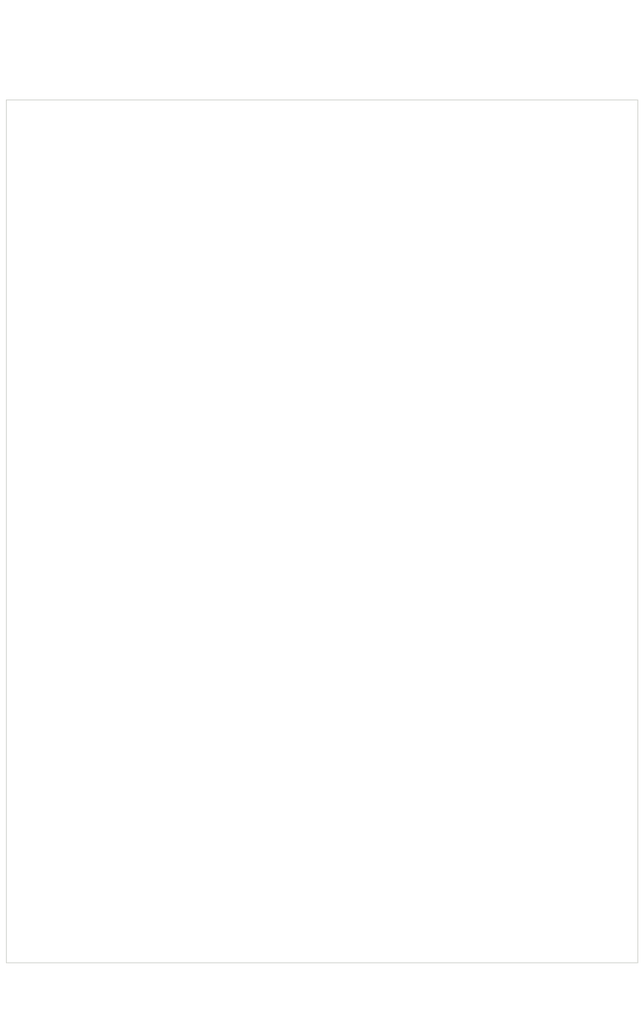
<source format=kicad_pcb>
(kicad_pcb (version 20211014) (generator pcbnew)

  (general
    (thickness 1.6)
  )

  (paper "A4")
  (layers
    (0 "F.Cu" signal)
    (31 "B.Cu" signal)
    (32 "B.Adhes" user "B.Adhesive")
    (33 "F.Adhes" user "F.Adhesive")
    (34 "B.Paste" user)
    (35 "F.Paste" user)
    (36 "B.SilkS" user "B.Silkscreen")
    (37 "F.SilkS" user "F.Silkscreen")
    (38 "B.Mask" user)
    (39 "F.Mask" user)
    (40 "Dwgs.User" user "User.Drawings")
    (41 "Cmts.User" user "User.Comments")
    (42 "Eco1.User" user "User.Eco1")
    (43 "Eco2.User" user "User.Eco2")
    (44 "Edge.Cuts" user)
    (45 "Margin" user)
    (46 "B.CrtYd" user "B.Courtyard")
    (47 "F.CrtYd" user "F.Courtyard")
    (48 "B.Fab" user)
    (49 "F.Fab" user)
    (50 "User.1" user)
    (51 "User.2" user)
    (52 "User.3" user)
    (53 "User.4" user)
    (54 "User.5" user)
    (55 "User.6" user)
    (56 "User.7" user)
    (57 "User.8" user)
    (58 "User.9" user)
  )

  (setup
    (pad_to_mask_clearance 0)
    (pcbplotparams
      (layerselection 0x00010fc_ffffffff)
      (disableapertmacros false)
      (usegerberextensions false)
      (usegerberattributes true)
      (usegerberadvancedattributes true)
      (creategerberjobfile true)
      (svguseinch false)
      (svgprecision 6)
      (excludeedgelayer true)
      (plotframeref false)
      (viasonmask false)
      (mode 1)
      (useauxorigin false)
      (hpglpennumber 1)
      (hpglpenspeed 20)
      (hpglpendiameter 15.000000)
      (dxfpolygonmode true)
      (dxfimperialunits true)
      (dxfusepcbnewfont true)
      (psnegative false)
      (psa4output false)
      (plotreference true)
      (plotvalue true)
      (plotinvisibletext false)
      (sketchpadsonfab false)
      (subtractmaskfromsilk false)
      (outputformat 1)
      (mirror false)
      (drillshape 1)
      (scaleselection 1)
      (outputdirectory "")
    )
  )

  (net 0 "")

  (gr_line (start 0.75 12.5) (end 0.75 120.85) (layer "Edge.Cuts") (width 0.1) (tstamp 1a09a7cb-78f5-4989-9bdf-8b4c4a8beb1d))
  (gr_line (start 80.15 120.85) (end 80.15 12.5) (layer "Edge.Cuts") (width 0.1) (tstamp 2aef071e-f380-49c0-b1ba-860b2a4bd684))
  (gr_line (start 0.75 120.85) (end 80.15 120.85) (layer "Edge.Cuts") (width 0.1) (tstamp 347e4106-0ad8-4579-9925-c65107fafee2))
  (gr_line (start 0.75 12.5) (end 80.15 12.5) (layer "Edge.Cuts") (width 0.1) (tstamp c8cb28f7-4e0d-49a3-8b9b-fcff4adac1d4))
  (gr_line (start 80.9 0) (end 80.9 128.5) (layer "User.1") (width 0.1) (tstamp 14be568d-2e52-4aed-b81b-dddc75cbdd07))
  (gr_line (start 0 128.5) (end 0 0) (layer "User.1") (width 0.1) (tstamp 159574a9-ecec-48bb-adb0-3dc9e65d4e79))
  (gr_line (start 0 0) (end 80.9 0) (layer "User.1") (width 0.1) (tstamp 7a879184-fad8-4feb-afb5-86fe8d34f1f7))
  (gr_line (start 80.9 128.5) (end 0 128.5) (layer "User.1") (width 0.1) (tstamp bc3f6e1f-c81e-4889-865a-0e223a5a22e2))

)

</source>
